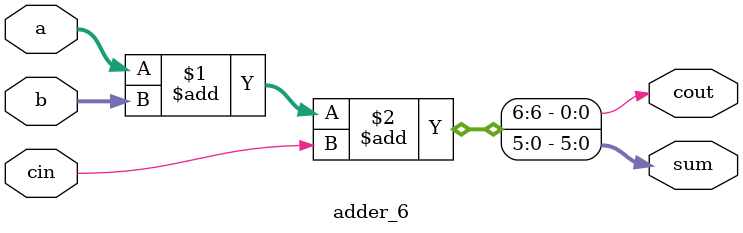
<source format=v>

module adder_6(cout, sum, a, b, cin);
parameter size = 6;  /* declare a parameter. default required */
output cout;
output [size-1:0] sum; 	 // sum uses the size parameter
input cin;
input [size-1:0] a, b;  // 'a' and 'b' use the size parameter

assign {cout, sum} = a + b + cin;

endmodule










</source>
